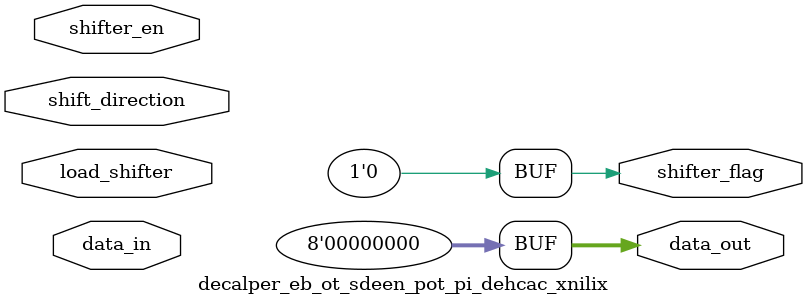
<source format=v>
module decalper_eb_ot_sdeen_pot_pi_dehcac_xnilix(	// file.cleaned.mlir:2:3
  input  [7:0] data_in,	// file.cleaned.mlir:2:59
  input        shift_direction,	// file.cleaned.mlir:2:77
               shifter_en,	// file.cleaned.mlir:2:103
               load_shifter,	// file.cleaned.mlir:2:124
  output [7:0] data_out,	// file.cleaned.mlir:2:148
  output       shifter_flag	// file.cleaned.mlir:2:167
);

  assign data_out = 8'h0;	// file.cleaned.mlir:3:14, :5:5
  assign shifter_flag = 1'h0;	// file.cleaned.mlir:4:14, :5:5
endmodule


</source>
